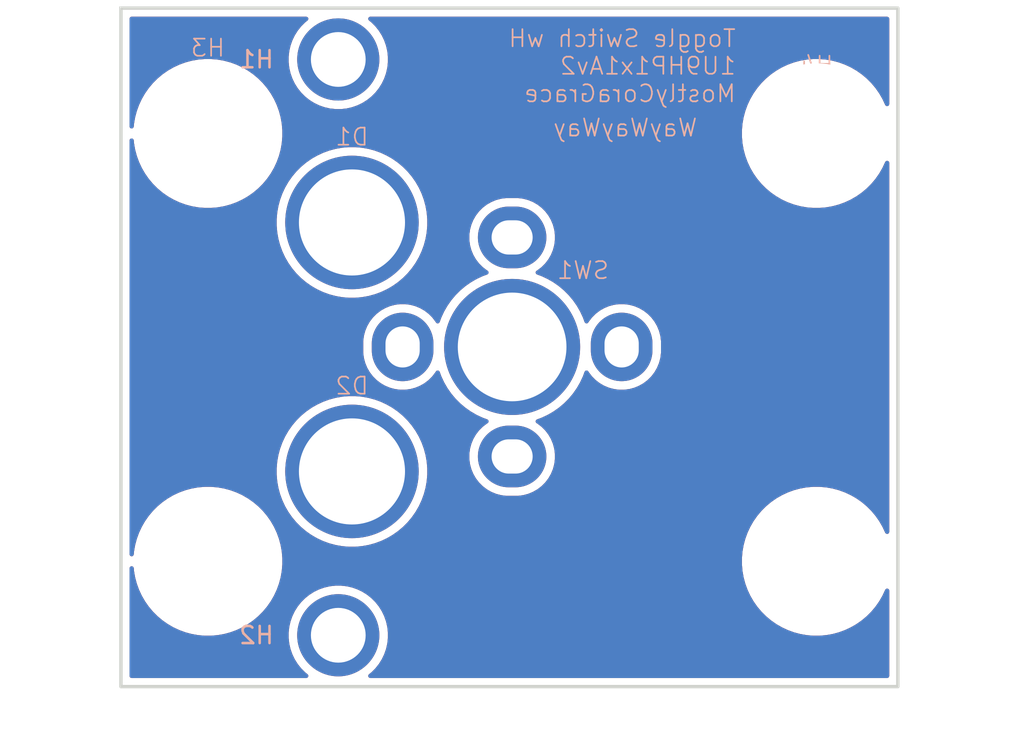
<source format=kicad_pcb>
(kicad_pcb (version 20241229) (generator "pcbnew") (generator_version "9.0")
  (layers (0 "F.Cu" signal) (2 "B.Cu" signal) (13 "F.Paste" user) (15 "B.Paste" user) (5 "F.SilkS" user "F.Silkscreen") (7 "B.SilkS" user "B.Silkscreen") (1 "F.Mask" user) (3 "B.Mask" user) (25 "Edge.Cuts" user))
  (net 0 "")
  (footprint "EXC:Handle_1UM3P25_B" (layer "F.Cu") (at 40.64 9.75)
    (property "Reference" "H4" (at 0 -4 0) (layer "B.SilkS") (effects (font (thickness 0.1)) (justify mirror)))
    (property "Value" "Handle_1UM3P25_PanelMount_B")
    (pad "" np_thru_hole circle (at 0 0) (size 8.2 8.2) (drill 8.2) (layers "*.Cu" "*.Mask"))
    (pad "" np_thru_hole circle (at 0 25) (size 8.2 8.2) (drill 8.2) (layers "*.Cu" "*.Mask"))
  )
  (footprint "EXC:6mm_Panel_Mount_LED" (layer "F.Cu") (at 13.5 14.95)
    (property "Reference" "D1" (at 0 -5 0) (layer "B.SilkS") (effects (font (thickness 0.1)) (justify mirror)))
    (property "Value" "6mm_Panel_Mount_LED")
    (pad "" thru_hole circle (at 0 0) (size 7.8 7.8) (drill 6.2) (layers "*.Cu" "*.Mask"))
  )
  (footprint "EXC:MountingHole_3.2mm_M3" (layer "F.Cu") (at 12.7 39.075)
    (property "Reference" "H2" (at -3.683 0 0) (layer "B.SilkS") (effects (justify left mirror)))
    (property "Value" "Eurorack_M3_MountingHole")
    (pad "" thru_hole circle (at 0 0) (size 4.8 4.8) (drill 3.2) (layers "*.Cu" "*.Mask"))
  )
  (footprint "EXC:SW_SPDT_M6.35_Panel_Mount" (layer "F.Cu") (at 22.86 22.225)
    (property "Reference" "SW1" (at 4.14 -4.475 0) (layer "B.SilkS") (effects (font (thickness 0.1)) (justify mirror)))
    (property "Value" "SW_SPST_M6.35_MOUNT")
    (pad "" thru_hole oval (at -6.4 0) (size 3.6 4) (drill oval 2 2.4) (layers "*.Cu" "*.Mask"))
    (pad "" thru_hole oval (at 0 -6.4) (size 4 3.6) (drill oval 2.4 2) (layers "*.Cu" "*.Mask"))
    (pad "" thru_hole circle (at 0 0) (size 7.95 7.95) (drill 6.35) (layers "*.Cu" "*.Mask"))
    (pad "" thru_hole oval (at 0 6.4008) (size 4 3.6) (drill oval 2.4 2) (layers "*.Cu" "*.Mask"))
    (pad "" thru_hole oval (at 6.4 0) (size 3.6 4) (drill oval 2 2.4) (layers "*.Cu" "*.Mask"))
  )
  (footprint "EXC:6mm_Panel_Mount_LED" (layer "F.Cu") (at 13.5 29.5)
    (property "Reference" "D2" (at 0 -5 0) (layer "B.SilkS") (effects (font (thickness 0.1)) (justify mirror)))
    (property "Value" "6mm_Panel_Mount_LED")
    (pad "" thru_hole circle (at 0 0) (size 7.8 7.8) (drill 6.2) (layers "*.Cu" "*.Mask"))
  )
  (footprint "EXC:Handle_1UM3P25_B" (layer "F.Cu") (at 5.08 9.75)
    (property "Reference" "H3" (at 0 -5 0) (layer "B.SilkS") (effects (font (thickness 0.1)) (justify mirror)))
    (property "Value" "Handle_1UM3P25_PanelMount_B")
    (pad "" np_thru_hole circle (at 0 0) (size 8.2 8.2) (drill 8.2) (layers "*.Cu" "*.Mask"))
    (pad "" np_thru_hole circle (at 0 25) (size 8.2 8.2) (drill 8.2) (layers "*.Cu" "*.Mask"))
  )
  (footprint "EXC:MountingHole_3.2mm_M3" (layer "F.Cu") (at 12.7 5.425)
    (property "Reference" "H1" (at -3.683 0 0) (layer "B.SilkS") (effects (justify left mirror)))
    (property "Value" "Eurorack_M3_MountingHole")
    (pad "" thru_hole circle (at 0 0) (size 4.8 4.8) (drill 3.2) (layers "*.Cu" "*.Mask"))
  )
  (gr_rect (start 0 2.425) (end 45.4 42.075) (stroke (width 0.2)) (fill no) (layer "Edge.Cuts"))
  (gr_text "WayWayWay" (at 33.75 10 0) (layer "B.SilkS") (effects (font (size 1 1) (thickness 0.1)) (justify left bottom mirror)))
  (gr_text "Toggle Switch wH\n1U9HP1x1Av2\nMostlyCoraGrace" (at 36 8 0) (layer "B.SilkS") (effects (font (size 1 1) (thickness 0.1)) (justify left bottom mirror)))
  (zone (net 0) (net_name "") (layers "F.Cu" "B.Cu") (connect_pads (clearance 0.5)) (min_thickness 0.25) (fill yes (thermal_gap 0.5) (thermal_bridge_width 0.5) (island_removal_mode 1) (island_area_min 10))
    (polygon (pts (xy 0 2.5) (xy 45.5 2.5) (xy 45.5 42) (xy 0 42)))
  )
)
</source>
